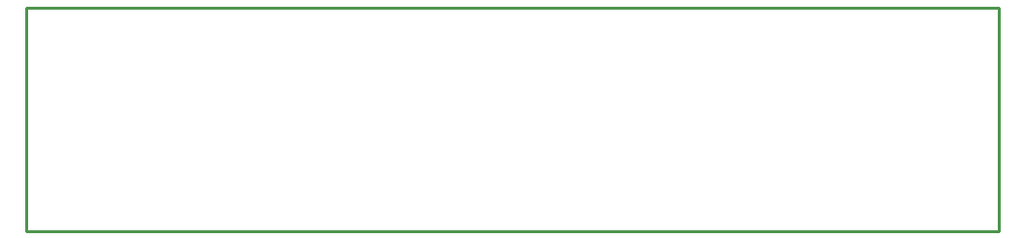
<source format=gko>
G04 Layer: BoardOutline*
G04 EasyEDA v6.4.0, 2020-07-27T12:46:18--4:00*
G04 2e079c731a7a4ad983510c8d2f636924,10*
G04 Gerber Generator version 0.2*
G04 Scale: 100 percent, Rotated: No, Reflected: No *
G04 Dimensions in inches *
G04 leading zeros omitted , absolute positions ,2 integer and 4 decimal *
%FSLAX24Y24*%
%MOIN*%
G90*
G70D02*

%ADD10C,0.010000*%
G54D10*
G01X2750Y7700D02*
G01X33400Y7700D01*
G01X33400Y0D01*
G01X0Y0D01*
G01X0Y7700D01*
G01X2750Y7700D01*

%LPD*%
M00*
M02*

</source>
